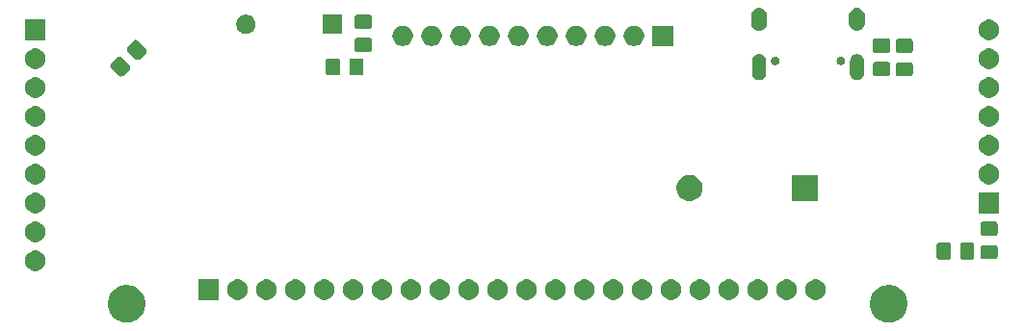
<source format=gbr>
G04 #@! TF.GenerationSoftware,KiCad,Pcbnew,(5.1.5)-3*
G04 #@! TF.CreationDate,2020-02-22T19:23:43-05:00*
G04 #@! TF.ProjectId,Dofleini-controller-STM32,446f666c-6569-46e6-992d-636f6e74726f,rev?*
G04 #@! TF.SameCoordinates,Original*
G04 #@! TF.FileFunction,Soldermask,Bot*
G04 #@! TF.FilePolarity,Negative*
%FSLAX46Y46*%
G04 Gerber Fmt 4.6, Leading zero omitted, Abs format (unit mm)*
G04 Created by KiCad (PCBNEW (5.1.5)-3) date 2020-02-22 19:23:43*
%MOMM*%
%LPD*%
G04 APERTURE LIST*
%ADD10C,0.100000*%
G04 APERTURE END LIST*
D10*
G36*
X32215256Y-7251298D02*
G01*
X32321579Y-7272447D01*
X32622042Y-7396903D01*
X32892451Y-7577585D01*
X33122415Y-7807549D01*
X33303097Y-8077958D01*
X33427553Y-8378421D01*
X33491000Y-8697391D01*
X33491000Y-9022609D01*
X33427553Y-9341579D01*
X33303097Y-9642042D01*
X33122415Y-9912451D01*
X32892451Y-10142415D01*
X32622042Y-10323097D01*
X32321579Y-10447553D01*
X32215256Y-10468702D01*
X32002611Y-10511000D01*
X31677389Y-10511000D01*
X31464744Y-10468702D01*
X31358421Y-10447553D01*
X31057958Y-10323097D01*
X30787549Y-10142415D01*
X30557585Y-9912451D01*
X30376903Y-9642042D01*
X30252447Y-9341579D01*
X30189000Y-9022609D01*
X30189000Y-8697391D01*
X30252447Y-8378421D01*
X30376903Y-8077958D01*
X30557585Y-7807549D01*
X30787549Y-7577585D01*
X31057958Y-7396903D01*
X31358421Y-7272447D01*
X31464744Y-7251298D01*
X31677389Y-7209000D01*
X32002611Y-7209000D01*
X32215256Y-7251298D01*
G37*
G36*
X-34784744Y-7251298D02*
G01*
X-34678421Y-7272447D01*
X-34377958Y-7396903D01*
X-34107549Y-7577585D01*
X-33877585Y-7807549D01*
X-33696903Y-8077958D01*
X-33572447Y-8378421D01*
X-33509000Y-8697391D01*
X-33509000Y-9022609D01*
X-33572447Y-9341579D01*
X-33696903Y-9642042D01*
X-33877585Y-9912451D01*
X-34107549Y-10142415D01*
X-34377958Y-10323097D01*
X-34678421Y-10447553D01*
X-34784744Y-10468702D01*
X-34997389Y-10511000D01*
X-35322611Y-10511000D01*
X-35535256Y-10468702D01*
X-35641579Y-10447553D01*
X-35942042Y-10323097D01*
X-36212451Y-10142415D01*
X-36442415Y-9912451D01*
X-36623097Y-9642042D01*
X-36747553Y-9341579D01*
X-36811000Y-9022609D01*
X-36811000Y-8697391D01*
X-36747553Y-8378421D01*
X-36623097Y-8077958D01*
X-36442415Y-7807549D01*
X-36212451Y-7577585D01*
X-35942042Y-7396903D01*
X-35641579Y-7272447D01*
X-35535256Y-7251298D01*
X-35322611Y-7209000D01*
X-34997389Y-7209000D01*
X-34784744Y-7251298D01*
G37*
G36*
X20433512Y-6723927D02*
G01*
X20582812Y-6753624D01*
X20746784Y-6821544D01*
X20894354Y-6920147D01*
X21019853Y-7045646D01*
X21118456Y-7193216D01*
X21186376Y-7357188D01*
X21221000Y-7531259D01*
X21221000Y-7708741D01*
X21186376Y-7882812D01*
X21118456Y-8046784D01*
X21019853Y-8194354D01*
X20894354Y-8319853D01*
X20746784Y-8418456D01*
X20582812Y-8486376D01*
X20433512Y-8516073D01*
X20408742Y-8521000D01*
X20231258Y-8521000D01*
X20206488Y-8516073D01*
X20057188Y-8486376D01*
X19893216Y-8418456D01*
X19745646Y-8319853D01*
X19620147Y-8194354D01*
X19521544Y-8046784D01*
X19453624Y-7882812D01*
X19419000Y-7708741D01*
X19419000Y-7531259D01*
X19453624Y-7357188D01*
X19521544Y-7193216D01*
X19620147Y-7045646D01*
X19745646Y-6920147D01*
X19893216Y-6821544D01*
X20057188Y-6753624D01*
X20206488Y-6723927D01*
X20231258Y-6719000D01*
X20408742Y-6719000D01*
X20433512Y-6723927D01*
G37*
G36*
X-27039000Y-8521000D02*
G01*
X-28841000Y-8521000D01*
X-28841000Y-6719000D01*
X-27039000Y-6719000D01*
X-27039000Y-8521000D01*
G37*
G36*
X-25286488Y-6723927D02*
G01*
X-25137188Y-6753624D01*
X-24973216Y-6821544D01*
X-24825646Y-6920147D01*
X-24700147Y-7045646D01*
X-24601544Y-7193216D01*
X-24533624Y-7357188D01*
X-24499000Y-7531259D01*
X-24499000Y-7708741D01*
X-24533624Y-7882812D01*
X-24601544Y-8046784D01*
X-24700147Y-8194354D01*
X-24825646Y-8319853D01*
X-24973216Y-8418456D01*
X-25137188Y-8486376D01*
X-25286488Y-8516073D01*
X-25311258Y-8521000D01*
X-25488742Y-8521000D01*
X-25513512Y-8516073D01*
X-25662812Y-8486376D01*
X-25826784Y-8418456D01*
X-25974354Y-8319853D01*
X-26099853Y-8194354D01*
X-26198456Y-8046784D01*
X-26266376Y-7882812D01*
X-26301000Y-7708741D01*
X-26301000Y-7531259D01*
X-26266376Y-7357188D01*
X-26198456Y-7193216D01*
X-26099853Y-7045646D01*
X-25974354Y-6920147D01*
X-25826784Y-6821544D01*
X-25662812Y-6753624D01*
X-25513512Y-6723927D01*
X-25488742Y-6719000D01*
X-25311258Y-6719000D01*
X-25286488Y-6723927D01*
G37*
G36*
X-22746488Y-6723927D02*
G01*
X-22597188Y-6753624D01*
X-22433216Y-6821544D01*
X-22285646Y-6920147D01*
X-22160147Y-7045646D01*
X-22061544Y-7193216D01*
X-21993624Y-7357188D01*
X-21959000Y-7531259D01*
X-21959000Y-7708741D01*
X-21993624Y-7882812D01*
X-22061544Y-8046784D01*
X-22160147Y-8194354D01*
X-22285646Y-8319853D01*
X-22433216Y-8418456D01*
X-22597188Y-8486376D01*
X-22746488Y-8516073D01*
X-22771258Y-8521000D01*
X-22948742Y-8521000D01*
X-22973512Y-8516073D01*
X-23122812Y-8486376D01*
X-23286784Y-8418456D01*
X-23434354Y-8319853D01*
X-23559853Y-8194354D01*
X-23658456Y-8046784D01*
X-23726376Y-7882812D01*
X-23761000Y-7708741D01*
X-23761000Y-7531259D01*
X-23726376Y-7357188D01*
X-23658456Y-7193216D01*
X-23559853Y-7045646D01*
X-23434354Y-6920147D01*
X-23286784Y-6821544D01*
X-23122812Y-6753624D01*
X-22973512Y-6723927D01*
X-22948742Y-6719000D01*
X-22771258Y-6719000D01*
X-22746488Y-6723927D01*
G37*
G36*
X-20206488Y-6723927D02*
G01*
X-20057188Y-6753624D01*
X-19893216Y-6821544D01*
X-19745646Y-6920147D01*
X-19620147Y-7045646D01*
X-19521544Y-7193216D01*
X-19453624Y-7357188D01*
X-19419000Y-7531259D01*
X-19419000Y-7708741D01*
X-19453624Y-7882812D01*
X-19521544Y-8046784D01*
X-19620147Y-8194354D01*
X-19745646Y-8319853D01*
X-19893216Y-8418456D01*
X-20057188Y-8486376D01*
X-20206488Y-8516073D01*
X-20231258Y-8521000D01*
X-20408742Y-8521000D01*
X-20433512Y-8516073D01*
X-20582812Y-8486376D01*
X-20746784Y-8418456D01*
X-20894354Y-8319853D01*
X-21019853Y-8194354D01*
X-21118456Y-8046784D01*
X-21186376Y-7882812D01*
X-21221000Y-7708741D01*
X-21221000Y-7531259D01*
X-21186376Y-7357188D01*
X-21118456Y-7193216D01*
X-21019853Y-7045646D01*
X-20894354Y-6920147D01*
X-20746784Y-6821544D01*
X-20582812Y-6753624D01*
X-20433512Y-6723927D01*
X-20408742Y-6719000D01*
X-20231258Y-6719000D01*
X-20206488Y-6723927D01*
G37*
G36*
X-17666488Y-6723927D02*
G01*
X-17517188Y-6753624D01*
X-17353216Y-6821544D01*
X-17205646Y-6920147D01*
X-17080147Y-7045646D01*
X-16981544Y-7193216D01*
X-16913624Y-7357188D01*
X-16879000Y-7531259D01*
X-16879000Y-7708741D01*
X-16913624Y-7882812D01*
X-16981544Y-8046784D01*
X-17080147Y-8194354D01*
X-17205646Y-8319853D01*
X-17353216Y-8418456D01*
X-17517188Y-8486376D01*
X-17666488Y-8516073D01*
X-17691258Y-8521000D01*
X-17868742Y-8521000D01*
X-17893512Y-8516073D01*
X-18042812Y-8486376D01*
X-18206784Y-8418456D01*
X-18354354Y-8319853D01*
X-18479853Y-8194354D01*
X-18578456Y-8046784D01*
X-18646376Y-7882812D01*
X-18681000Y-7708741D01*
X-18681000Y-7531259D01*
X-18646376Y-7357188D01*
X-18578456Y-7193216D01*
X-18479853Y-7045646D01*
X-18354354Y-6920147D01*
X-18206784Y-6821544D01*
X-18042812Y-6753624D01*
X-17893512Y-6723927D01*
X-17868742Y-6719000D01*
X-17691258Y-6719000D01*
X-17666488Y-6723927D01*
G37*
G36*
X-15126488Y-6723927D02*
G01*
X-14977188Y-6753624D01*
X-14813216Y-6821544D01*
X-14665646Y-6920147D01*
X-14540147Y-7045646D01*
X-14441544Y-7193216D01*
X-14373624Y-7357188D01*
X-14339000Y-7531259D01*
X-14339000Y-7708741D01*
X-14373624Y-7882812D01*
X-14441544Y-8046784D01*
X-14540147Y-8194354D01*
X-14665646Y-8319853D01*
X-14813216Y-8418456D01*
X-14977188Y-8486376D01*
X-15126488Y-8516073D01*
X-15151258Y-8521000D01*
X-15328742Y-8521000D01*
X-15353512Y-8516073D01*
X-15502812Y-8486376D01*
X-15666784Y-8418456D01*
X-15814354Y-8319853D01*
X-15939853Y-8194354D01*
X-16038456Y-8046784D01*
X-16106376Y-7882812D01*
X-16141000Y-7708741D01*
X-16141000Y-7531259D01*
X-16106376Y-7357188D01*
X-16038456Y-7193216D01*
X-15939853Y-7045646D01*
X-15814354Y-6920147D01*
X-15666784Y-6821544D01*
X-15502812Y-6753624D01*
X-15353512Y-6723927D01*
X-15328742Y-6719000D01*
X-15151258Y-6719000D01*
X-15126488Y-6723927D01*
G37*
G36*
X-12586488Y-6723927D02*
G01*
X-12437188Y-6753624D01*
X-12273216Y-6821544D01*
X-12125646Y-6920147D01*
X-12000147Y-7045646D01*
X-11901544Y-7193216D01*
X-11833624Y-7357188D01*
X-11799000Y-7531259D01*
X-11799000Y-7708741D01*
X-11833624Y-7882812D01*
X-11901544Y-8046784D01*
X-12000147Y-8194354D01*
X-12125646Y-8319853D01*
X-12273216Y-8418456D01*
X-12437188Y-8486376D01*
X-12586488Y-8516073D01*
X-12611258Y-8521000D01*
X-12788742Y-8521000D01*
X-12813512Y-8516073D01*
X-12962812Y-8486376D01*
X-13126784Y-8418456D01*
X-13274354Y-8319853D01*
X-13399853Y-8194354D01*
X-13498456Y-8046784D01*
X-13566376Y-7882812D01*
X-13601000Y-7708741D01*
X-13601000Y-7531259D01*
X-13566376Y-7357188D01*
X-13498456Y-7193216D01*
X-13399853Y-7045646D01*
X-13274354Y-6920147D01*
X-13126784Y-6821544D01*
X-12962812Y-6753624D01*
X-12813512Y-6723927D01*
X-12788742Y-6719000D01*
X-12611258Y-6719000D01*
X-12586488Y-6723927D01*
G37*
G36*
X-10046488Y-6723927D02*
G01*
X-9897188Y-6753624D01*
X-9733216Y-6821544D01*
X-9585646Y-6920147D01*
X-9460147Y-7045646D01*
X-9361544Y-7193216D01*
X-9293624Y-7357188D01*
X-9259000Y-7531259D01*
X-9259000Y-7708741D01*
X-9293624Y-7882812D01*
X-9361544Y-8046784D01*
X-9460147Y-8194354D01*
X-9585646Y-8319853D01*
X-9733216Y-8418456D01*
X-9897188Y-8486376D01*
X-10046488Y-8516073D01*
X-10071258Y-8521000D01*
X-10248742Y-8521000D01*
X-10273512Y-8516073D01*
X-10422812Y-8486376D01*
X-10586784Y-8418456D01*
X-10734354Y-8319853D01*
X-10859853Y-8194354D01*
X-10958456Y-8046784D01*
X-11026376Y-7882812D01*
X-11061000Y-7708741D01*
X-11061000Y-7531259D01*
X-11026376Y-7357188D01*
X-10958456Y-7193216D01*
X-10859853Y-7045646D01*
X-10734354Y-6920147D01*
X-10586784Y-6821544D01*
X-10422812Y-6753624D01*
X-10273512Y-6723927D01*
X-10248742Y-6719000D01*
X-10071258Y-6719000D01*
X-10046488Y-6723927D01*
G37*
G36*
X-7506488Y-6723927D02*
G01*
X-7357188Y-6753624D01*
X-7193216Y-6821544D01*
X-7045646Y-6920147D01*
X-6920147Y-7045646D01*
X-6821544Y-7193216D01*
X-6753624Y-7357188D01*
X-6719000Y-7531259D01*
X-6719000Y-7708741D01*
X-6753624Y-7882812D01*
X-6821544Y-8046784D01*
X-6920147Y-8194354D01*
X-7045646Y-8319853D01*
X-7193216Y-8418456D01*
X-7357188Y-8486376D01*
X-7506488Y-8516073D01*
X-7531258Y-8521000D01*
X-7708742Y-8521000D01*
X-7733512Y-8516073D01*
X-7882812Y-8486376D01*
X-8046784Y-8418456D01*
X-8194354Y-8319853D01*
X-8319853Y-8194354D01*
X-8418456Y-8046784D01*
X-8486376Y-7882812D01*
X-8521000Y-7708741D01*
X-8521000Y-7531259D01*
X-8486376Y-7357188D01*
X-8418456Y-7193216D01*
X-8319853Y-7045646D01*
X-8194354Y-6920147D01*
X-8046784Y-6821544D01*
X-7882812Y-6753624D01*
X-7733512Y-6723927D01*
X-7708742Y-6719000D01*
X-7531258Y-6719000D01*
X-7506488Y-6723927D01*
G37*
G36*
X-4966488Y-6723927D02*
G01*
X-4817188Y-6753624D01*
X-4653216Y-6821544D01*
X-4505646Y-6920147D01*
X-4380147Y-7045646D01*
X-4281544Y-7193216D01*
X-4213624Y-7357188D01*
X-4179000Y-7531259D01*
X-4179000Y-7708741D01*
X-4213624Y-7882812D01*
X-4281544Y-8046784D01*
X-4380147Y-8194354D01*
X-4505646Y-8319853D01*
X-4653216Y-8418456D01*
X-4817188Y-8486376D01*
X-4966488Y-8516073D01*
X-4991258Y-8521000D01*
X-5168742Y-8521000D01*
X-5193512Y-8516073D01*
X-5342812Y-8486376D01*
X-5506784Y-8418456D01*
X-5654354Y-8319853D01*
X-5779853Y-8194354D01*
X-5878456Y-8046784D01*
X-5946376Y-7882812D01*
X-5981000Y-7708741D01*
X-5981000Y-7531259D01*
X-5946376Y-7357188D01*
X-5878456Y-7193216D01*
X-5779853Y-7045646D01*
X-5654354Y-6920147D01*
X-5506784Y-6821544D01*
X-5342812Y-6753624D01*
X-5193512Y-6723927D01*
X-5168742Y-6719000D01*
X-4991258Y-6719000D01*
X-4966488Y-6723927D01*
G37*
G36*
X113512Y-6723927D02*
G01*
X262812Y-6753624D01*
X426784Y-6821544D01*
X574354Y-6920147D01*
X699853Y-7045646D01*
X798456Y-7193216D01*
X866376Y-7357188D01*
X901000Y-7531259D01*
X901000Y-7708741D01*
X866376Y-7882812D01*
X798456Y-8046784D01*
X699853Y-8194354D01*
X574354Y-8319853D01*
X426784Y-8418456D01*
X262812Y-8486376D01*
X113512Y-8516073D01*
X88742Y-8521000D01*
X-88742Y-8521000D01*
X-113512Y-8516073D01*
X-262812Y-8486376D01*
X-426784Y-8418456D01*
X-574354Y-8319853D01*
X-699853Y-8194354D01*
X-798456Y-8046784D01*
X-866376Y-7882812D01*
X-901000Y-7708741D01*
X-901000Y-7531259D01*
X-866376Y-7357188D01*
X-798456Y-7193216D01*
X-699853Y-7045646D01*
X-574354Y-6920147D01*
X-426784Y-6821544D01*
X-262812Y-6753624D01*
X-113512Y-6723927D01*
X-88742Y-6719000D01*
X88742Y-6719000D01*
X113512Y-6723927D01*
G37*
G36*
X2653512Y-6723927D02*
G01*
X2802812Y-6753624D01*
X2966784Y-6821544D01*
X3114354Y-6920147D01*
X3239853Y-7045646D01*
X3338456Y-7193216D01*
X3406376Y-7357188D01*
X3441000Y-7531259D01*
X3441000Y-7708741D01*
X3406376Y-7882812D01*
X3338456Y-8046784D01*
X3239853Y-8194354D01*
X3114354Y-8319853D01*
X2966784Y-8418456D01*
X2802812Y-8486376D01*
X2653512Y-8516073D01*
X2628742Y-8521000D01*
X2451258Y-8521000D01*
X2426488Y-8516073D01*
X2277188Y-8486376D01*
X2113216Y-8418456D01*
X1965646Y-8319853D01*
X1840147Y-8194354D01*
X1741544Y-8046784D01*
X1673624Y-7882812D01*
X1639000Y-7708741D01*
X1639000Y-7531259D01*
X1673624Y-7357188D01*
X1741544Y-7193216D01*
X1840147Y-7045646D01*
X1965646Y-6920147D01*
X2113216Y-6821544D01*
X2277188Y-6753624D01*
X2426488Y-6723927D01*
X2451258Y-6719000D01*
X2628742Y-6719000D01*
X2653512Y-6723927D01*
G37*
G36*
X5193512Y-6723927D02*
G01*
X5342812Y-6753624D01*
X5506784Y-6821544D01*
X5654354Y-6920147D01*
X5779853Y-7045646D01*
X5878456Y-7193216D01*
X5946376Y-7357188D01*
X5981000Y-7531259D01*
X5981000Y-7708741D01*
X5946376Y-7882812D01*
X5878456Y-8046784D01*
X5779853Y-8194354D01*
X5654354Y-8319853D01*
X5506784Y-8418456D01*
X5342812Y-8486376D01*
X5193512Y-8516073D01*
X5168742Y-8521000D01*
X4991258Y-8521000D01*
X4966488Y-8516073D01*
X4817188Y-8486376D01*
X4653216Y-8418456D01*
X4505646Y-8319853D01*
X4380147Y-8194354D01*
X4281544Y-8046784D01*
X4213624Y-7882812D01*
X4179000Y-7708741D01*
X4179000Y-7531259D01*
X4213624Y-7357188D01*
X4281544Y-7193216D01*
X4380147Y-7045646D01*
X4505646Y-6920147D01*
X4653216Y-6821544D01*
X4817188Y-6753624D01*
X4966488Y-6723927D01*
X4991258Y-6719000D01*
X5168742Y-6719000D01*
X5193512Y-6723927D01*
G37*
G36*
X7733512Y-6723927D02*
G01*
X7882812Y-6753624D01*
X8046784Y-6821544D01*
X8194354Y-6920147D01*
X8319853Y-7045646D01*
X8418456Y-7193216D01*
X8486376Y-7357188D01*
X8521000Y-7531259D01*
X8521000Y-7708741D01*
X8486376Y-7882812D01*
X8418456Y-8046784D01*
X8319853Y-8194354D01*
X8194354Y-8319853D01*
X8046784Y-8418456D01*
X7882812Y-8486376D01*
X7733512Y-8516073D01*
X7708742Y-8521000D01*
X7531258Y-8521000D01*
X7506488Y-8516073D01*
X7357188Y-8486376D01*
X7193216Y-8418456D01*
X7045646Y-8319853D01*
X6920147Y-8194354D01*
X6821544Y-8046784D01*
X6753624Y-7882812D01*
X6719000Y-7708741D01*
X6719000Y-7531259D01*
X6753624Y-7357188D01*
X6821544Y-7193216D01*
X6920147Y-7045646D01*
X7045646Y-6920147D01*
X7193216Y-6821544D01*
X7357188Y-6753624D01*
X7506488Y-6723927D01*
X7531258Y-6719000D01*
X7708742Y-6719000D01*
X7733512Y-6723927D01*
G37*
G36*
X10273512Y-6723927D02*
G01*
X10422812Y-6753624D01*
X10586784Y-6821544D01*
X10734354Y-6920147D01*
X10859853Y-7045646D01*
X10958456Y-7193216D01*
X11026376Y-7357188D01*
X11061000Y-7531259D01*
X11061000Y-7708741D01*
X11026376Y-7882812D01*
X10958456Y-8046784D01*
X10859853Y-8194354D01*
X10734354Y-8319853D01*
X10586784Y-8418456D01*
X10422812Y-8486376D01*
X10273512Y-8516073D01*
X10248742Y-8521000D01*
X10071258Y-8521000D01*
X10046488Y-8516073D01*
X9897188Y-8486376D01*
X9733216Y-8418456D01*
X9585646Y-8319853D01*
X9460147Y-8194354D01*
X9361544Y-8046784D01*
X9293624Y-7882812D01*
X9259000Y-7708741D01*
X9259000Y-7531259D01*
X9293624Y-7357188D01*
X9361544Y-7193216D01*
X9460147Y-7045646D01*
X9585646Y-6920147D01*
X9733216Y-6821544D01*
X9897188Y-6753624D01*
X10046488Y-6723927D01*
X10071258Y-6719000D01*
X10248742Y-6719000D01*
X10273512Y-6723927D01*
G37*
G36*
X12813512Y-6723927D02*
G01*
X12962812Y-6753624D01*
X13126784Y-6821544D01*
X13274354Y-6920147D01*
X13399853Y-7045646D01*
X13498456Y-7193216D01*
X13566376Y-7357188D01*
X13601000Y-7531259D01*
X13601000Y-7708741D01*
X13566376Y-7882812D01*
X13498456Y-8046784D01*
X13399853Y-8194354D01*
X13274354Y-8319853D01*
X13126784Y-8418456D01*
X12962812Y-8486376D01*
X12813512Y-8516073D01*
X12788742Y-8521000D01*
X12611258Y-8521000D01*
X12586488Y-8516073D01*
X12437188Y-8486376D01*
X12273216Y-8418456D01*
X12125646Y-8319853D01*
X12000147Y-8194354D01*
X11901544Y-8046784D01*
X11833624Y-7882812D01*
X11799000Y-7708741D01*
X11799000Y-7531259D01*
X11833624Y-7357188D01*
X11901544Y-7193216D01*
X12000147Y-7045646D01*
X12125646Y-6920147D01*
X12273216Y-6821544D01*
X12437188Y-6753624D01*
X12586488Y-6723927D01*
X12611258Y-6719000D01*
X12788742Y-6719000D01*
X12813512Y-6723927D01*
G37*
G36*
X15353512Y-6723927D02*
G01*
X15502812Y-6753624D01*
X15666784Y-6821544D01*
X15814354Y-6920147D01*
X15939853Y-7045646D01*
X16038456Y-7193216D01*
X16106376Y-7357188D01*
X16141000Y-7531259D01*
X16141000Y-7708741D01*
X16106376Y-7882812D01*
X16038456Y-8046784D01*
X15939853Y-8194354D01*
X15814354Y-8319853D01*
X15666784Y-8418456D01*
X15502812Y-8486376D01*
X15353512Y-8516073D01*
X15328742Y-8521000D01*
X15151258Y-8521000D01*
X15126488Y-8516073D01*
X14977188Y-8486376D01*
X14813216Y-8418456D01*
X14665646Y-8319853D01*
X14540147Y-8194354D01*
X14441544Y-8046784D01*
X14373624Y-7882812D01*
X14339000Y-7708741D01*
X14339000Y-7531259D01*
X14373624Y-7357188D01*
X14441544Y-7193216D01*
X14540147Y-7045646D01*
X14665646Y-6920147D01*
X14813216Y-6821544D01*
X14977188Y-6753624D01*
X15126488Y-6723927D01*
X15151258Y-6719000D01*
X15328742Y-6719000D01*
X15353512Y-6723927D01*
G37*
G36*
X17893512Y-6723927D02*
G01*
X18042812Y-6753624D01*
X18206784Y-6821544D01*
X18354354Y-6920147D01*
X18479853Y-7045646D01*
X18578456Y-7193216D01*
X18646376Y-7357188D01*
X18681000Y-7531259D01*
X18681000Y-7708741D01*
X18646376Y-7882812D01*
X18578456Y-8046784D01*
X18479853Y-8194354D01*
X18354354Y-8319853D01*
X18206784Y-8418456D01*
X18042812Y-8486376D01*
X17893512Y-8516073D01*
X17868742Y-8521000D01*
X17691258Y-8521000D01*
X17666488Y-8516073D01*
X17517188Y-8486376D01*
X17353216Y-8418456D01*
X17205646Y-8319853D01*
X17080147Y-8194354D01*
X16981544Y-8046784D01*
X16913624Y-7882812D01*
X16879000Y-7708741D01*
X16879000Y-7531259D01*
X16913624Y-7357188D01*
X16981544Y-7193216D01*
X17080147Y-7045646D01*
X17205646Y-6920147D01*
X17353216Y-6821544D01*
X17517188Y-6753624D01*
X17666488Y-6723927D01*
X17691258Y-6719000D01*
X17868742Y-6719000D01*
X17893512Y-6723927D01*
G37*
G36*
X22973512Y-6723927D02*
G01*
X23122812Y-6753624D01*
X23286784Y-6821544D01*
X23434354Y-6920147D01*
X23559853Y-7045646D01*
X23658456Y-7193216D01*
X23726376Y-7357188D01*
X23761000Y-7531259D01*
X23761000Y-7708741D01*
X23726376Y-7882812D01*
X23658456Y-8046784D01*
X23559853Y-8194354D01*
X23434354Y-8319853D01*
X23286784Y-8418456D01*
X23122812Y-8486376D01*
X22973512Y-8516073D01*
X22948742Y-8521000D01*
X22771258Y-8521000D01*
X22746488Y-8516073D01*
X22597188Y-8486376D01*
X22433216Y-8418456D01*
X22285646Y-8319853D01*
X22160147Y-8194354D01*
X22061544Y-8046784D01*
X21993624Y-7882812D01*
X21959000Y-7708741D01*
X21959000Y-7531259D01*
X21993624Y-7357188D01*
X22061544Y-7193216D01*
X22160147Y-7045646D01*
X22285646Y-6920147D01*
X22433216Y-6821544D01*
X22597188Y-6753624D01*
X22746488Y-6723927D01*
X22771258Y-6719000D01*
X22948742Y-6719000D01*
X22973512Y-6723927D01*
G37*
G36*
X25513512Y-6723927D02*
G01*
X25662812Y-6753624D01*
X25826784Y-6821544D01*
X25974354Y-6920147D01*
X26099853Y-7045646D01*
X26198456Y-7193216D01*
X26266376Y-7357188D01*
X26301000Y-7531259D01*
X26301000Y-7708741D01*
X26266376Y-7882812D01*
X26198456Y-8046784D01*
X26099853Y-8194354D01*
X25974354Y-8319853D01*
X25826784Y-8418456D01*
X25662812Y-8486376D01*
X25513512Y-8516073D01*
X25488742Y-8521000D01*
X25311258Y-8521000D01*
X25286488Y-8516073D01*
X25137188Y-8486376D01*
X24973216Y-8418456D01*
X24825646Y-8319853D01*
X24700147Y-8194354D01*
X24601544Y-8046784D01*
X24533624Y-7882812D01*
X24499000Y-7708741D01*
X24499000Y-7531259D01*
X24533624Y-7357188D01*
X24601544Y-7193216D01*
X24700147Y-7045646D01*
X24825646Y-6920147D01*
X24973216Y-6821544D01*
X25137188Y-6753624D01*
X25286488Y-6723927D01*
X25311258Y-6719000D01*
X25488742Y-6719000D01*
X25513512Y-6723927D01*
G37*
G36*
X-2426488Y-6723927D02*
G01*
X-2277188Y-6753624D01*
X-2113216Y-6821544D01*
X-1965646Y-6920147D01*
X-1840147Y-7045646D01*
X-1741544Y-7193216D01*
X-1673624Y-7357188D01*
X-1639000Y-7531259D01*
X-1639000Y-7708741D01*
X-1673624Y-7882812D01*
X-1741544Y-8046784D01*
X-1840147Y-8194354D01*
X-1965646Y-8319853D01*
X-2113216Y-8418456D01*
X-2277188Y-8486376D01*
X-2426488Y-8516073D01*
X-2451258Y-8521000D01*
X-2628742Y-8521000D01*
X-2653512Y-8516073D01*
X-2802812Y-8486376D01*
X-2966784Y-8418456D01*
X-3114354Y-8319853D01*
X-3239853Y-8194354D01*
X-3338456Y-8046784D01*
X-3406376Y-7882812D01*
X-3441000Y-7708741D01*
X-3441000Y-7531259D01*
X-3406376Y-7357188D01*
X-3338456Y-7193216D01*
X-3239853Y-7045646D01*
X-3114354Y-6920147D01*
X-2966784Y-6821544D01*
X-2802812Y-6753624D01*
X-2653512Y-6723927D01*
X-2628742Y-6719000D01*
X-2451258Y-6719000D01*
X-2426488Y-6723927D01*
G37*
G36*
X-43066488Y-4183927D02*
G01*
X-42917188Y-4213624D01*
X-42753216Y-4281544D01*
X-42605646Y-4380147D01*
X-42480147Y-4505646D01*
X-42381544Y-4653216D01*
X-42313624Y-4817188D01*
X-42279000Y-4991259D01*
X-42279000Y-5168741D01*
X-42313624Y-5342812D01*
X-42381544Y-5506784D01*
X-42480147Y-5654354D01*
X-42605646Y-5779853D01*
X-42753216Y-5878456D01*
X-42917188Y-5946376D01*
X-43066488Y-5976073D01*
X-43091258Y-5981000D01*
X-43268742Y-5981000D01*
X-43293512Y-5976073D01*
X-43442812Y-5946376D01*
X-43606784Y-5878456D01*
X-43754354Y-5779853D01*
X-43879853Y-5654354D01*
X-43978456Y-5506784D01*
X-44046376Y-5342812D01*
X-44081000Y-5168741D01*
X-44081000Y-4991259D01*
X-44046376Y-4817188D01*
X-43978456Y-4653216D01*
X-43879853Y-4505646D01*
X-43754354Y-4380147D01*
X-43606784Y-4281544D01*
X-43442812Y-4213624D01*
X-43293512Y-4183927D01*
X-43268742Y-4179000D01*
X-43091258Y-4179000D01*
X-43066488Y-4183927D01*
G37*
G36*
X39198674Y-3463465D02*
G01*
X39236367Y-3474899D01*
X39271103Y-3493466D01*
X39301548Y-3518452D01*
X39326534Y-3548897D01*
X39345101Y-3583633D01*
X39356535Y-3621326D01*
X39361000Y-3666661D01*
X39361000Y-4753339D01*
X39356535Y-4798674D01*
X39345101Y-4836367D01*
X39326534Y-4871103D01*
X39301548Y-4901548D01*
X39271103Y-4926534D01*
X39236367Y-4945101D01*
X39198674Y-4956535D01*
X39153339Y-4961000D01*
X38316661Y-4961000D01*
X38271326Y-4956535D01*
X38233633Y-4945101D01*
X38198897Y-4926534D01*
X38168452Y-4901548D01*
X38143466Y-4871103D01*
X38124899Y-4836367D01*
X38113465Y-4798674D01*
X38109000Y-4753339D01*
X38109000Y-3666661D01*
X38113465Y-3621326D01*
X38124899Y-3583633D01*
X38143466Y-3548897D01*
X38168452Y-3518452D01*
X38198897Y-3493466D01*
X38233633Y-3474899D01*
X38271326Y-3463465D01*
X38316661Y-3459000D01*
X39153339Y-3459000D01*
X39198674Y-3463465D01*
G37*
G36*
X37148674Y-3463465D02*
G01*
X37186367Y-3474899D01*
X37221103Y-3493466D01*
X37251548Y-3518452D01*
X37276534Y-3548897D01*
X37295101Y-3583633D01*
X37306535Y-3621326D01*
X37311000Y-3666661D01*
X37311000Y-4753339D01*
X37306535Y-4798674D01*
X37295101Y-4836367D01*
X37276534Y-4871103D01*
X37251548Y-4901548D01*
X37221103Y-4926534D01*
X37186367Y-4945101D01*
X37148674Y-4956535D01*
X37103339Y-4961000D01*
X36266661Y-4961000D01*
X36221326Y-4956535D01*
X36183633Y-4945101D01*
X36148897Y-4926534D01*
X36118452Y-4901548D01*
X36093466Y-4871103D01*
X36074899Y-4836367D01*
X36063465Y-4798674D01*
X36059000Y-4753339D01*
X36059000Y-3666661D01*
X36063465Y-3621326D01*
X36074899Y-3583633D01*
X36093466Y-3548897D01*
X36118452Y-3518452D01*
X36148897Y-3493466D01*
X36183633Y-3474899D01*
X36221326Y-3463465D01*
X36266661Y-3459000D01*
X37103339Y-3459000D01*
X37148674Y-3463465D01*
G37*
G36*
X41238674Y-3693465D02*
G01*
X41276367Y-3704899D01*
X41311103Y-3723466D01*
X41341548Y-3748452D01*
X41366534Y-3778897D01*
X41385101Y-3813633D01*
X41396535Y-3851326D01*
X41401000Y-3896661D01*
X41401000Y-4733339D01*
X41396535Y-4778674D01*
X41385101Y-4816367D01*
X41366534Y-4851103D01*
X41341548Y-4881548D01*
X41311103Y-4906534D01*
X41276367Y-4925101D01*
X41238674Y-4936535D01*
X41193339Y-4941000D01*
X40106661Y-4941000D01*
X40061326Y-4936535D01*
X40023633Y-4925101D01*
X39988897Y-4906534D01*
X39958452Y-4881548D01*
X39933466Y-4851103D01*
X39914899Y-4816367D01*
X39903465Y-4778674D01*
X39899000Y-4733339D01*
X39899000Y-3896661D01*
X39903465Y-3851326D01*
X39914899Y-3813633D01*
X39933466Y-3778897D01*
X39958452Y-3748452D01*
X39988897Y-3723466D01*
X40023633Y-3704899D01*
X40061326Y-3693465D01*
X40106661Y-3689000D01*
X41193339Y-3689000D01*
X41238674Y-3693465D01*
G37*
G36*
X-43068811Y-1643465D02*
G01*
X-42917188Y-1673624D01*
X-42753216Y-1741544D01*
X-42605646Y-1840147D01*
X-42480147Y-1965646D01*
X-42381544Y-2113216D01*
X-42313624Y-2277188D01*
X-42279000Y-2451259D01*
X-42279000Y-2628741D01*
X-42313624Y-2802812D01*
X-42381544Y-2966784D01*
X-42480147Y-3114354D01*
X-42605646Y-3239853D01*
X-42753216Y-3338456D01*
X-42917188Y-3406376D01*
X-43066488Y-3436073D01*
X-43091258Y-3441000D01*
X-43268742Y-3441000D01*
X-43293512Y-3436073D01*
X-43442812Y-3406376D01*
X-43606784Y-3338456D01*
X-43754354Y-3239853D01*
X-43879853Y-3114354D01*
X-43978456Y-2966784D01*
X-44046376Y-2802812D01*
X-44081000Y-2628741D01*
X-44081000Y-2451259D01*
X-44046376Y-2277188D01*
X-43978456Y-2113216D01*
X-43879853Y-1965646D01*
X-43754354Y-1840147D01*
X-43606784Y-1741544D01*
X-43442812Y-1673624D01*
X-43291189Y-1643465D01*
X-43268742Y-1639000D01*
X-43091258Y-1639000D01*
X-43068811Y-1643465D01*
G37*
G36*
X41238674Y-1643465D02*
G01*
X41276367Y-1654899D01*
X41311103Y-1673466D01*
X41341548Y-1698452D01*
X41366534Y-1728897D01*
X41385101Y-1763633D01*
X41396535Y-1801326D01*
X41401000Y-1846661D01*
X41401000Y-2683339D01*
X41396535Y-2728674D01*
X41385101Y-2766367D01*
X41366534Y-2801103D01*
X41341548Y-2831548D01*
X41311103Y-2856534D01*
X41276367Y-2875101D01*
X41238674Y-2886535D01*
X41193339Y-2891000D01*
X40106661Y-2891000D01*
X40061326Y-2886535D01*
X40023633Y-2875101D01*
X39988897Y-2856534D01*
X39958452Y-2831548D01*
X39933466Y-2801103D01*
X39914899Y-2766367D01*
X39903465Y-2728674D01*
X39899000Y-2683339D01*
X39899000Y-1846661D01*
X39903465Y-1801326D01*
X39914899Y-1763633D01*
X39933466Y-1728897D01*
X39958452Y-1698452D01*
X39988897Y-1673466D01*
X40023633Y-1654899D01*
X40061326Y-1643465D01*
X40106661Y-1639000D01*
X41193339Y-1639000D01*
X41238674Y-1643465D01*
G37*
G36*
X41541000Y-901000D02*
G01*
X39739000Y-901000D01*
X39739000Y901000D01*
X41541000Y901000D01*
X41541000Y-901000D01*
G37*
G36*
X-43066488Y896073D02*
G01*
X-42917188Y866376D01*
X-42753216Y798456D01*
X-42605646Y699853D01*
X-42480147Y574354D01*
X-42381544Y426784D01*
X-42313624Y262812D01*
X-42279000Y88741D01*
X-42279000Y-88741D01*
X-42313624Y-262812D01*
X-42381544Y-426784D01*
X-42480147Y-574354D01*
X-42605646Y-699853D01*
X-42753216Y-798456D01*
X-42917188Y-866376D01*
X-43066488Y-896073D01*
X-43091258Y-901000D01*
X-43268742Y-901000D01*
X-43293512Y-896073D01*
X-43442812Y-866376D01*
X-43606784Y-798456D01*
X-43754354Y-699853D01*
X-43879853Y-574354D01*
X-43978456Y-426784D01*
X-44046376Y-262812D01*
X-44081000Y-88741D01*
X-44081000Y88741D01*
X-44046376Y262812D01*
X-43978456Y426784D01*
X-43879853Y574354D01*
X-43754354Y699853D01*
X-43606784Y798456D01*
X-43442812Y866376D01*
X-43293512Y896073D01*
X-43268742Y901000D01*
X-43091258Y901000D01*
X-43066488Y896073D01*
G37*
G36*
X25641000Y189000D02*
G01*
X23339000Y189000D01*
X23339000Y2491000D01*
X25641000Y2491000D01*
X25641000Y189000D01*
G37*
G36*
X14554549Y2468884D02*
G01*
X14665734Y2446768D01*
X14875203Y2360003D01*
X15063720Y2234040D01*
X15224040Y2073720D01*
X15350003Y1885203D01*
X15436768Y1675734D01*
X15481000Y1453364D01*
X15481000Y1226636D01*
X15436768Y1004266D01*
X15350003Y794797D01*
X15224040Y606280D01*
X15063720Y445960D01*
X14875203Y319997D01*
X14665734Y233232D01*
X14554549Y211116D01*
X14443365Y189000D01*
X14216635Y189000D01*
X14105451Y211116D01*
X13994266Y233232D01*
X13784797Y319997D01*
X13596280Y445960D01*
X13435960Y606280D01*
X13309997Y794797D01*
X13223232Y1004266D01*
X13179000Y1226636D01*
X13179000Y1453364D01*
X13223232Y1675734D01*
X13309997Y1885203D01*
X13435960Y2073720D01*
X13596280Y2234040D01*
X13784797Y2360003D01*
X13994266Y2446768D01*
X14105451Y2468884D01*
X14216635Y2491000D01*
X14443365Y2491000D01*
X14554549Y2468884D01*
G37*
G36*
X40753512Y3436073D02*
G01*
X40902812Y3406376D01*
X41066784Y3338456D01*
X41214354Y3239853D01*
X41339853Y3114354D01*
X41438456Y2966784D01*
X41506376Y2802812D01*
X41541000Y2628741D01*
X41541000Y2451259D01*
X41506376Y2277188D01*
X41438456Y2113216D01*
X41339853Y1965646D01*
X41214354Y1840147D01*
X41066784Y1741544D01*
X40902812Y1673624D01*
X40753512Y1643927D01*
X40728742Y1639000D01*
X40551258Y1639000D01*
X40526488Y1643927D01*
X40377188Y1673624D01*
X40213216Y1741544D01*
X40065646Y1840147D01*
X39940147Y1965646D01*
X39841544Y2113216D01*
X39773624Y2277188D01*
X39739000Y2451259D01*
X39739000Y2628741D01*
X39773624Y2802812D01*
X39841544Y2966784D01*
X39940147Y3114354D01*
X40065646Y3239853D01*
X40213216Y3338456D01*
X40377188Y3406376D01*
X40526488Y3436073D01*
X40551258Y3441000D01*
X40728742Y3441000D01*
X40753512Y3436073D01*
G37*
G36*
X-43066488Y3436073D02*
G01*
X-42917188Y3406376D01*
X-42753216Y3338456D01*
X-42605646Y3239853D01*
X-42480147Y3114354D01*
X-42381544Y2966784D01*
X-42313624Y2802812D01*
X-42279000Y2628741D01*
X-42279000Y2451259D01*
X-42313624Y2277188D01*
X-42381544Y2113216D01*
X-42480147Y1965646D01*
X-42605646Y1840147D01*
X-42753216Y1741544D01*
X-42917188Y1673624D01*
X-43066488Y1643927D01*
X-43091258Y1639000D01*
X-43268742Y1639000D01*
X-43293512Y1643927D01*
X-43442812Y1673624D01*
X-43606784Y1741544D01*
X-43754354Y1840147D01*
X-43879853Y1965646D01*
X-43978456Y2113216D01*
X-44046376Y2277188D01*
X-44081000Y2451259D01*
X-44081000Y2628741D01*
X-44046376Y2802812D01*
X-43978456Y2966784D01*
X-43879853Y3114354D01*
X-43754354Y3239853D01*
X-43606784Y3338456D01*
X-43442812Y3406376D01*
X-43293512Y3436073D01*
X-43268742Y3441000D01*
X-43091258Y3441000D01*
X-43066488Y3436073D01*
G37*
G36*
X40753512Y5976073D02*
G01*
X40902812Y5946376D01*
X41066784Y5878456D01*
X41214354Y5779853D01*
X41339853Y5654354D01*
X41438456Y5506784D01*
X41506376Y5342812D01*
X41541000Y5168741D01*
X41541000Y4991259D01*
X41506376Y4817188D01*
X41438456Y4653216D01*
X41339853Y4505646D01*
X41214354Y4380147D01*
X41066784Y4281544D01*
X40902812Y4213624D01*
X40753512Y4183927D01*
X40728742Y4179000D01*
X40551258Y4179000D01*
X40526488Y4183927D01*
X40377188Y4213624D01*
X40213216Y4281544D01*
X40065646Y4380147D01*
X39940147Y4505646D01*
X39841544Y4653216D01*
X39773624Y4817188D01*
X39739000Y4991259D01*
X39739000Y5168741D01*
X39773624Y5342812D01*
X39841544Y5506784D01*
X39940147Y5654354D01*
X40065646Y5779853D01*
X40213216Y5878456D01*
X40377188Y5946376D01*
X40526488Y5976073D01*
X40551258Y5981000D01*
X40728742Y5981000D01*
X40753512Y5976073D01*
G37*
G36*
X-43066488Y5976073D02*
G01*
X-42917188Y5946376D01*
X-42753216Y5878456D01*
X-42605646Y5779853D01*
X-42480147Y5654354D01*
X-42381544Y5506784D01*
X-42313624Y5342812D01*
X-42279000Y5168741D01*
X-42279000Y4991259D01*
X-42313624Y4817188D01*
X-42381544Y4653216D01*
X-42480147Y4505646D01*
X-42605646Y4380147D01*
X-42753216Y4281544D01*
X-42917188Y4213624D01*
X-43066488Y4183927D01*
X-43091258Y4179000D01*
X-43268742Y4179000D01*
X-43293512Y4183927D01*
X-43442812Y4213624D01*
X-43606784Y4281544D01*
X-43754354Y4380147D01*
X-43879853Y4505646D01*
X-43978456Y4653216D01*
X-44046376Y4817188D01*
X-44081000Y4991259D01*
X-44081000Y5168741D01*
X-44046376Y5342812D01*
X-43978456Y5506784D01*
X-43879853Y5654354D01*
X-43754354Y5779853D01*
X-43606784Y5878456D01*
X-43442812Y5946376D01*
X-43293512Y5976073D01*
X-43268742Y5981000D01*
X-43091258Y5981000D01*
X-43066488Y5976073D01*
G37*
G36*
X40753512Y8516073D02*
G01*
X40902812Y8486376D01*
X41066784Y8418456D01*
X41214354Y8319853D01*
X41339853Y8194354D01*
X41438456Y8046784D01*
X41506376Y7882812D01*
X41541000Y7708741D01*
X41541000Y7531259D01*
X41506376Y7357188D01*
X41438456Y7193216D01*
X41339853Y7045646D01*
X41214354Y6920147D01*
X41066784Y6821544D01*
X40902812Y6753624D01*
X40753512Y6723927D01*
X40728742Y6719000D01*
X40551258Y6719000D01*
X40526488Y6723927D01*
X40377188Y6753624D01*
X40213216Y6821544D01*
X40065646Y6920147D01*
X39940147Y7045646D01*
X39841544Y7193216D01*
X39773624Y7357188D01*
X39739000Y7531259D01*
X39739000Y7708741D01*
X39773624Y7882812D01*
X39841544Y8046784D01*
X39940147Y8194354D01*
X40065646Y8319853D01*
X40213216Y8418456D01*
X40377188Y8486376D01*
X40526488Y8516073D01*
X40551258Y8521000D01*
X40728742Y8521000D01*
X40753512Y8516073D01*
G37*
G36*
X-43066488Y8516073D02*
G01*
X-42917188Y8486376D01*
X-42753216Y8418456D01*
X-42605646Y8319853D01*
X-42480147Y8194354D01*
X-42381544Y8046784D01*
X-42313624Y7882812D01*
X-42279000Y7708741D01*
X-42279000Y7531259D01*
X-42313624Y7357188D01*
X-42381544Y7193216D01*
X-42480147Y7045646D01*
X-42605646Y6920147D01*
X-42753216Y6821544D01*
X-42917188Y6753624D01*
X-43066488Y6723927D01*
X-43091258Y6719000D01*
X-43268742Y6719000D01*
X-43293512Y6723927D01*
X-43442812Y6753624D01*
X-43606784Y6821544D01*
X-43754354Y6920147D01*
X-43879853Y7045646D01*
X-43978456Y7193216D01*
X-44046376Y7357188D01*
X-44081000Y7531259D01*
X-44081000Y7708741D01*
X-44046376Y7882812D01*
X-43978456Y8046784D01*
X-43879853Y8194354D01*
X-43754354Y8319853D01*
X-43606784Y8418456D01*
X-43442812Y8486376D01*
X-43293512Y8516073D01*
X-43268742Y8521000D01*
X-43091258Y8521000D01*
X-43066488Y8516073D01*
G37*
G36*
X-43066488Y11056073D02*
G01*
X-42917188Y11026376D01*
X-42753216Y10958456D01*
X-42605646Y10859853D01*
X-42480147Y10734354D01*
X-42381544Y10586784D01*
X-42313624Y10422812D01*
X-42279000Y10248741D01*
X-42279000Y10071259D01*
X-42313624Y9897188D01*
X-42381544Y9733216D01*
X-42480147Y9585646D01*
X-42605646Y9460147D01*
X-42753216Y9361544D01*
X-42917188Y9293624D01*
X-43066488Y9263927D01*
X-43091258Y9259000D01*
X-43268742Y9259000D01*
X-43293512Y9263927D01*
X-43442812Y9293624D01*
X-43606784Y9361544D01*
X-43754354Y9460147D01*
X-43879853Y9585646D01*
X-43978456Y9733216D01*
X-44046376Y9897188D01*
X-44081000Y10071259D01*
X-44081000Y10248741D01*
X-44046376Y10422812D01*
X-43978456Y10586784D01*
X-43879853Y10734354D01*
X-43754354Y10859853D01*
X-43606784Y10958456D01*
X-43442812Y11026376D01*
X-43293512Y11056073D01*
X-43268742Y11061000D01*
X-43091258Y11061000D01*
X-43066488Y11056073D01*
G37*
G36*
X40753512Y11056073D02*
G01*
X40902812Y11026376D01*
X41066784Y10958456D01*
X41214354Y10859853D01*
X41339853Y10734354D01*
X41438456Y10586784D01*
X41506376Y10422812D01*
X41541000Y10248741D01*
X41541000Y10071259D01*
X41506376Y9897188D01*
X41438456Y9733216D01*
X41339853Y9585646D01*
X41214354Y9460147D01*
X41066784Y9361544D01*
X40902812Y9293624D01*
X40753512Y9263927D01*
X40728742Y9259000D01*
X40551258Y9259000D01*
X40526488Y9263927D01*
X40377188Y9293624D01*
X40213216Y9361544D01*
X40065646Y9460147D01*
X39940147Y9585646D01*
X39841544Y9733216D01*
X39773624Y9897188D01*
X39739000Y10071259D01*
X39739000Y10248741D01*
X39773624Y10422812D01*
X39841544Y10586784D01*
X39940147Y10734354D01*
X40065646Y10859853D01*
X40213216Y10958456D01*
X40377188Y11026376D01*
X40526488Y11056073D01*
X40551258Y11061000D01*
X40728742Y11061000D01*
X40753512Y11056073D01*
G37*
G36*
X29157818Y13112304D02*
G01*
X29271105Y13077938D01*
X29375512Y13022131D01*
X29467027Y12947027D01*
X29542131Y12855512D01*
X29597938Y12751105D01*
X29632304Y12637818D01*
X29641000Y12549519D01*
X29641000Y11390481D01*
X29632304Y11302182D01*
X29597938Y11188895D01*
X29542131Y11084488D01*
X29542130Y11084487D01*
X29467027Y10992973D01*
X29424967Y10958456D01*
X29375511Y10917869D01*
X29271104Y10862062D01*
X29157817Y10827696D01*
X29040000Y10816093D01*
X28922182Y10827696D01*
X28808895Y10862062D01*
X28704488Y10917869D01*
X28690572Y10929289D01*
X28612973Y10992973D01*
X28537870Y11084488D01*
X28537869Y11084489D01*
X28482062Y11188896D01*
X28447696Y11302183D01*
X28439000Y11390482D01*
X28439001Y12549519D01*
X28447697Y12637818D01*
X28482063Y12751105D01*
X28537870Y12855512D01*
X28612974Y12947027D01*
X28704489Y13022131D01*
X28808896Y13077938D01*
X28922183Y13112304D01*
X29040000Y13123907D01*
X29157818Y13112304D01*
G37*
G36*
X20557818Y13112304D02*
G01*
X20671105Y13077938D01*
X20775512Y13022131D01*
X20867027Y12947027D01*
X20942131Y12855512D01*
X20997938Y12751105D01*
X21032304Y12637818D01*
X21041000Y12549519D01*
X21041000Y11390481D01*
X21032304Y11302182D01*
X20997938Y11188895D01*
X20942131Y11084488D01*
X20942130Y11084487D01*
X20867027Y10992973D01*
X20824967Y10958456D01*
X20775511Y10917869D01*
X20671104Y10862062D01*
X20557817Y10827696D01*
X20440000Y10816093D01*
X20322182Y10827696D01*
X20208895Y10862062D01*
X20104488Y10917869D01*
X20090572Y10929289D01*
X20012973Y10992973D01*
X19937870Y11084488D01*
X19937869Y11084489D01*
X19882062Y11188896D01*
X19847696Y11302183D01*
X19839000Y11390482D01*
X19839001Y12549519D01*
X19847697Y12637818D01*
X19882063Y12751105D01*
X19937870Y12855512D01*
X20012974Y12947027D01*
X20104489Y13022131D01*
X20208896Y13077938D01*
X20322183Y13112304D01*
X20440000Y13123907D01*
X20557818Y13112304D01*
G37*
G36*
X-35753977Y12910964D02*
G01*
X-35716284Y12899530D01*
X-35681548Y12880963D01*
X-35646335Y12852065D01*
X-34877935Y12083665D01*
X-34849037Y12048452D01*
X-34830470Y12013716D01*
X-34819036Y11976023D01*
X-34815176Y11936828D01*
X-34819036Y11897633D01*
X-34830470Y11859940D01*
X-34849037Y11825204D01*
X-34877935Y11789991D01*
X-35469559Y11198367D01*
X-35504772Y11169469D01*
X-35539508Y11150902D01*
X-35577201Y11139468D01*
X-35616396Y11135608D01*
X-35655591Y11139468D01*
X-35693284Y11150902D01*
X-35728020Y11169469D01*
X-35763233Y11198367D01*
X-36531633Y11966767D01*
X-36560531Y12001980D01*
X-36579098Y12036716D01*
X-36590532Y12074409D01*
X-36594392Y12113604D01*
X-36590532Y12152799D01*
X-36579098Y12190492D01*
X-36560531Y12225228D01*
X-36531633Y12260441D01*
X-35940009Y12852065D01*
X-35904796Y12880963D01*
X-35870060Y12899530D01*
X-35832367Y12910964D01*
X-35793172Y12914824D01*
X-35753977Y12910964D01*
G37*
G36*
X33788674Y12396535D02*
G01*
X33826367Y12385101D01*
X33861103Y12366534D01*
X33891548Y12341548D01*
X33916534Y12311103D01*
X33935101Y12276367D01*
X33946535Y12238674D01*
X33951000Y12193339D01*
X33951000Y11356661D01*
X33946535Y11311326D01*
X33935101Y11273633D01*
X33916534Y11238897D01*
X33891548Y11208452D01*
X33861103Y11183466D01*
X33826367Y11164899D01*
X33788674Y11153465D01*
X33743339Y11149000D01*
X32656661Y11149000D01*
X32611326Y11153465D01*
X32573633Y11164899D01*
X32538897Y11183466D01*
X32508452Y11208452D01*
X32483466Y11238897D01*
X32464899Y11273633D01*
X32453465Y11311326D01*
X32449000Y11356661D01*
X32449000Y12193339D01*
X32453465Y12238674D01*
X32464899Y12276367D01*
X32483466Y12311103D01*
X32508452Y12341548D01*
X32538897Y12366534D01*
X32573633Y12385101D01*
X32611326Y12396535D01*
X32656661Y12401000D01*
X33743339Y12401000D01*
X33788674Y12396535D01*
G37*
G36*
X31788674Y12426535D02*
G01*
X31826367Y12415101D01*
X31861103Y12396534D01*
X31891548Y12371548D01*
X31916534Y12341103D01*
X31935101Y12306367D01*
X31946535Y12268674D01*
X31951000Y12223339D01*
X31951000Y11386661D01*
X31946535Y11341326D01*
X31935101Y11303633D01*
X31916534Y11268897D01*
X31891548Y11238452D01*
X31861103Y11213466D01*
X31826367Y11194899D01*
X31788674Y11183465D01*
X31743339Y11179000D01*
X30656661Y11179000D01*
X30611326Y11183465D01*
X30573633Y11194899D01*
X30538897Y11213466D01*
X30508452Y11238452D01*
X30483466Y11268897D01*
X30464899Y11303633D01*
X30453465Y11341326D01*
X30449000Y11386661D01*
X30449000Y12223339D01*
X30453465Y12268674D01*
X30464899Y12306367D01*
X30483466Y12341103D01*
X30508452Y12371548D01*
X30538897Y12396534D01*
X30573633Y12415101D01*
X30611326Y12426535D01*
X30656661Y12431000D01*
X31743339Y12431000D01*
X31788674Y12426535D01*
G37*
G36*
X-16541326Y12736535D02*
G01*
X-16503633Y12725101D01*
X-16468897Y12706534D01*
X-16438452Y12681548D01*
X-16413466Y12651103D01*
X-16394899Y12616367D01*
X-16383465Y12578674D01*
X-16379000Y12533339D01*
X-16379000Y11446661D01*
X-16383465Y11401326D01*
X-16394899Y11363633D01*
X-16413466Y11328897D01*
X-16438452Y11298452D01*
X-16468897Y11273466D01*
X-16503633Y11254899D01*
X-16541326Y11243465D01*
X-16586661Y11239000D01*
X-17423339Y11239000D01*
X-17468674Y11243465D01*
X-17506367Y11254899D01*
X-17541103Y11273466D01*
X-17571548Y11298452D01*
X-17596534Y11328897D01*
X-17615101Y11363633D01*
X-17626535Y11401326D01*
X-17631000Y11446661D01*
X-17631000Y12533339D01*
X-17626535Y12578674D01*
X-17615101Y12616367D01*
X-17596534Y12651103D01*
X-17571548Y12681548D01*
X-17541103Y12706534D01*
X-17506367Y12725101D01*
X-17468674Y12736535D01*
X-17423339Y12741000D01*
X-16586661Y12741000D01*
X-16541326Y12736535D01*
G37*
G36*
X-14491326Y12736535D02*
G01*
X-14453633Y12725101D01*
X-14418897Y12706534D01*
X-14388452Y12681548D01*
X-14363466Y12651103D01*
X-14344899Y12616367D01*
X-14333465Y12578674D01*
X-14329000Y12533339D01*
X-14329000Y11446661D01*
X-14333465Y11401326D01*
X-14344899Y11363633D01*
X-14363466Y11328897D01*
X-14388452Y11298452D01*
X-14418897Y11273466D01*
X-14453633Y11254899D01*
X-14491326Y11243465D01*
X-14536661Y11239000D01*
X-15373339Y11239000D01*
X-15418674Y11243465D01*
X-15456367Y11254899D01*
X-15491103Y11273466D01*
X-15521548Y11298452D01*
X-15546534Y11328897D01*
X-15565101Y11363633D01*
X-15576535Y11401326D01*
X-15581000Y11446661D01*
X-15581000Y12533339D01*
X-15576535Y12578674D01*
X-15565101Y12616367D01*
X-15546534Y12651103D01*
X-15521548Y12681548D01*
X-15491103Y12706534D01*
X-15456367Y12725101D01*
X-15418674Y12736535D01*
X-15373339Y12741000D01*
X-14536661Y12741000D01*
X-14491326Y12736535D01*
G37*
G36*
X40753512Y13596073D02*
G01*
X40902812Y13566376D01*
X41066784Y13498456D01*
X41214354Y13399853D01*
X41339853Y13274354D01*
X41438456Y13126784D01*
X41506376Y12962812D01*
X41541000Y12788741D01*
X41541000Y12611259D01*
X41506376Y12437188D01*
X41438456Y12273216D01*
X41339853Y12125646D01*
X41214354Y12000147D01*
X41066784Y11901544D01*
X40902812Y11833624D01*
X40753512Y11803927D01*
X40728742Y11799000D01*
X40551258Y11799000D01*
X40526488Y11803927D01*
X40377188Y11833624D01*
X40213216Y11901544D01*
X40065646Y12000147D01*
X39940147Y12125646D01*
X39841544Y12273216D01*
X39773624Y12437188D01*
X39739000Y12611259D01*
X39739000Y12788741D01*
X39773624Y12962812D01*
X39841544Y13126784D01*
X39940147Y13274354D01*
X40065646Y13399853D01*
X40213216Y13498456D01*
X40377188Y13566376D01*
X40526488Y13596073D01*
X40551258Y13601000D01*
X40728742Y13601000D01*
X40753512Y13596073D01*
G37*
G36*
X-43066488Y13596073D02*
G01*
X-42917188Y13566376D01*
X-42753216Y13498456D01*
X-42605646Y13399853D01*
X-42480147Y13274354D01*
X-42381544Y13126784D01*
X-42313624Y12962812D01*
X-42279000Y12788741D01*
X-42279000Y12611259D01*
X-42313624Y12437188D01*
X-42381544Y12273216D01*
X-42480147Y12125646D01*
X-42605646Y12000147D01*
X-42753216Y11901544D01*
X-42917188Y11833624D01*
X-43066488Y11803927D01*
X-43091258Y11799000D01*
X-43268742Y11799000D01*
X-43293512Y11803927D01*
X-43442812Y11833624D01*
X-43606784Y11901544D01*
X-43754354Y12000147D01*
X-43879853Y12125646D01*
X-43978456Y12273216D01*
X-44046376Y12437188D01*
X-44081000Y12611259D01*
X-44081000Y12788741D01*
X-44046376Y12962812D01*
X-43978456Y13126784D01*
X-43879853Y13274354D01*
X-43754354Y13399853D01*
X-43606784Y13498456D01*
X-43442812Y13566376D01*
X-43293512Y13596073D01*
X-43268742Y13601000D01*
X-43091258Y13601000D01*
X-43066488Y13596073D01*
G37*
G36*
X21959672Y12882551D02*
G01*
X21959674Y12882550D01*
X21959675Y12882550D01*
X22028103Y12854207D01*
X22089686Y12813058D01*
X22142058Y12760686D01*
X22183207Y12699103D01*
X22208591Y12637818D01*
X22211551Y12630672D01*
X22226000Y12558034D01*
X22226000Y12483966D01*
X22212302Y12415101D01*
X22211550Y12411325D01*
X22183207Y12342897D01*
X22142058Y12281314D01*
X22089686Y12228942D01*
X22028103Y12187793D01*
X21959675Y12159450D01*
X21959674Y12159450D01*
X21959672Y12159449D01*
X21887034Y12145000D01*
X21812966Y12145000D01*
X21740328Y12159449D01*
X21740326Y12159450D01*
X21740325Y12159450D01*
X21671897Y12187793D01*
X21610314Y12228942D01*
X21557942Y12281314D01*
X21516793Y12342897D01*
X21488450Y12411325D01*
X21487699Y12415101D01*
X21474000Y12483966D01*
X21474000Y12558034D01*
X21488449Y12630672D01*
X21491409Y12637818D01*
X21516793Y12699103D01*
X21557942Y12760686D01*
X21610314Y12813058D01*
X21671897Y12854207D01*
X21740325Y12882550D01*
X21740326Y12882550D01*
X21740328Y12882551D01*
X21812966Y12897000D01*
X21887034Y12897000D01*
X21959672Y12882551D01*
G37*
G36*
X27739672Y12882551D02*
G01*
X27739674Y12882550D01*
X27739675Y12882550D01*
X27808103Y12854207D01*
X27869686Y12813058D01*
X27922058Y12760686D01*
X27963207Y12699103D01*
X27988591Y12637818D01*
X27991551Y12630672D01*
X28006000Y12558034D01*
X28006000Y12483966D01*
X27992302Y12415101D01*
X27991550Y12411325D01*
X27963207Y12342897D01*
X27922058Y12281314D01*
X27869686Y12228942D01*
X27808103Y12187793D01*
X27739675Y12159450D01*
X27739674Y12159450D01*
X27739672Y12159449D01*
X27667034Y12145000D01*
X27592966Y12145000D01*
X27520328Y12159449D01*
X27520326Y12159450D01*
X27520325Y12159450D01*
X27451897Y12187793D01*
X27390314Y12228942D01*
X27337942Y12281314D01*
X27296793Y12342897D01*
X27268450Y12411325D01*
X27267699Y12415101D01*
X27254000Y12483966D01*
X27254000Y12558034D01*
X27268449Y12630672D01*
X27271409Y12637818D01*
X27296793Y12699103D01*
X27337942Y12760686D01*
X27390314Y12813058D01*
X27451897Y12854207D01*
X27520325Y12882550D01*
X27520326Y12882550D01*
X27520328Y12882551D01*
X27592966Y12897000D01*
X27667034Y12897000D01*
X27739672Y12882551D01*
G37*
G36*
X-34304409Y14360532D02*
G01*
X-34266716Y14349098D01*
X-34231980Y14330531D01*
X-34196767Y14301633D01*
X-33428367Y13533233D01*
X-33399469Y13498020D01*
X-33380902Y13463284D01*
X-33369468Y13425591D01*
X-33365608Y13386396D01*
X-33369468Y13347201D01*
X-33380902Y13309508D01*
X-33399469Y13274772D01*
X-33428367Y13239559D01*
X-34019991Y12647935D01*
X-34055204Y12619037D01*
X-34089940Y12600470D01*
X-34127633Y12589036D01*
X-34166828Y12585176D01*
X-34206023Y12589036D01*
X-34243716Y12600470D01*
X-34278452Y12619037D01*
X-34313665Y12647935D01*
X-35082065Y13416335D01*
X-35110963Y13451548D01*
X-35129530Y13486284D01*
X-35140964Y13523977D01*
X-35144824Y13563172D01*
X-35140964Y13602367D01*
X-35129530Y13640060D01*
X-35110963Y13674796D01*
X-35082065Y13710009D01*
X-34490441Y14301633D01*
X-34455228Y14330531D01*
X-34420492Y14349098D01*
X-34382799Y14360532D01*
X-34343604Y14364392D01*
X-34304409Y14360532D01*
G37*
G36*
X33788674Y14446535D02*
G01*
X33826367Y14435101D01*
X33861103Y14416534D01*
X33891548Y14391548D01*
X33916534Y14361103D01*
X33935101Y14326367D01*
X33946535Y14288674D01*
X33951000Y14243339D01*
X33951000Y13406661D01*
X33946535Y13361326D01*
X33935101Y13323633D01*
X33916534Y13288897D01*
X33891548Y13258452D01*
X33861103Y13233466D01*
X33826367Y13214899D01*
X33788674Y13203465D01*
X33743339Y13199000D01*
X32656661Y13199000D01*
X32611326Y13203465D01*
X32573633Y13214899D01*
X32538897Y13233466D01*
X32508452Y13258452D01*
X32483466Y13288897D01*
X32464899Y13323633D01*
X32453465Y13361326D01*
X32449000Y13406661D01*
X32449000Y14243339D01*
X32453465Y14288674D01*
X32464899Y14326367D01*
X32483466Y14361103D01*
X32508452Y14391548D01*
X32538897Y14416534D01*
X32573633Y14435101D01*
X32611326Y14446535D01*
X32656661Y14451000D01*
X33743339Y14451000D01*
X33788674Y14446535D01*
G37*
G36*
X31788674Y14476535D02*
G01*
X31826367Y14465101D01*
X31861103Y14446534D01*
X31891548Y14421548D01*
X31916534Y14391103D01*
X31935101Y14356367D01*
X31946535Y14318674D01*
X31951000Y14273339D01*
X31951000Y13436661D01*
X31946535Y13391326D01*
X31935101Y13353633D01*
X31916534Y13318897D01*
X31891548Y13288452D01*
X31861103Y13263466D01*
X31826367Y13244899D01*
X31788674Y13233465D01*
X31743339Y13229000D01*
X30656661Y13229000D01*
X30611326Y13233465D01*
X30573633Y13244899D01*
X30538897Y13263466D01*
X30508452Y13288452D01*
X30483466Y13318897D01*
X30464899Y13353633D01*
X30453465Y13391326D01*
X30449000Y13436661D01*
X30449000Y14273339D01*
X30453465Y14318674D01*
X30464899Y14356367D01*
X30483466Y14391103D01*
X30508452Y14421548D01*
X30538897Y14446534D01*
X30573633Y14465101D01*
X30611326Y14476535D01*
X30656661Y14481000D01*
X31743339Y14481000D01*
X31788674Y14476535D01*
G37*
G36*
X-13761326Y14536535D02*
G01*
X-13723633Y14525101D01*
X-13688897Y14506534D01*
X-13658452Y14481548D01*
X-13633466Y14451103D01*
X-13614899Y14416367D01*
X-13603465Y14378674D01*
X-13599000Y14333339D01*
X-13599000Y13496661D01*
X-13603465Y13451326D01*
X-13614899Y13413633D01*
X-13633466Y13378897D01*
X-13658452Y13348452D01*
X-13688897Y13323466D01*
X-13723633Y13304899D01*
X-13761326Y13293465D01*
X-13806661Y13289000D01*
X-14893339Y13289000D01*
X-14938674Y13293465D01*
X-14976367Y13304899D01*
X-15011103Y13323466D01*
X-15041548Y13348452D01*
X-15066534Y13378897D01*
X-15085101Y13413633D01*
X-15096535Y13451326D01*
X-15101000Y13496661D01*
X-15101000Y14333339D01*
X-15096535Y14378674D01*
X-15085101Y14416367D01*
X-15066534Y14451103D01*
X-15041548Y14481548D01*
X-15011103Y14506534D01*
X-14976367Y14525101D01*
X-14938674Y14536535D01*
X-14893339Y14541000D01*
X-13806661Y14541000D01*
X-13761326Y14536535D01*
G37*
G36*
X1933512Y15616073D02*
G01*
X2082812Y15586376D01*
X2246784Y15518456D01*
X2394354Y15419853D01*
X2519853Y15294354D01*
X2618456Y15146784D01*
X2686376Y14982812D01*
X2707025Y14879000D01*
X2720110Y14813218D01*
X2721000Y14808741D01*
X2721000Y14631259D01*
X2686376Y14457188D01*
X2618456Y14293216D01*
X2519853Y14145646D01*
X2394354Y14020147D01*
X2246784Y13921544D01*
X2082812Y13853624D01*
X1933512Y13823927D01*
X1908742Y13819000D01*
X1731258Y13819000D01*
X1706488Y13823927D01*
X1557188Y13853624D01*
X1393216Y13921544D01*
X1245646Y14020147D01*
X1120147Y14145646D01*
X1021544Y14293216D01*
X953624Y14457188D01*
X919000Y14631259D01*
X919000Y14808741D01*
X919891Y14813218D01*
X932975Y14879000D01*
X953624Y14982812D01*
X1021544Y15146784D01*
X1120147Y15294354D01*
X1245646Y15419853D01*
X1393216Y15518456D01*
X1557188Y15586376D01*
X1706488Y15616073D01*
X1731258Y15621000D01*
X1908742Y15621000D01*
X1933512Y15616073D01*
G37*
G36*
X7013512Y15616073D02*
G01*
X7162812Y15586376D01*
X7326784Y15518456D01*
X7474354Y15419853D01*
X7599853Y15294354D01*
X7698456Y15146784D01*
X7766376Y14982812D01*
X7787025Y14879000D01*
X7800110Y14813218D01*
X7801000Y14808741D01*
X7801000Y14631259D01*
X7766376Y14457188D01*
X7698456Y14293216D01*
X7599853Y14145646D01*
X7474354Y14020147D01*
X7326784Y13921544D01*
X7162812Y13853624D01*
X7013512Y13823927D01*
X6988742Y13819000D01*
X6811258Y13819000D01*
X6786488Y13823927D01*
X6637188Y13853624D01*
X6473216Y13921544D01*
X6325646Y14020147D01*
X6200147Y14145646D01*
X6101544Y14293216D01*
X6033624Y14457188D01*
X5999000Y14631259D01*
X5999000Y14808741D01*
X5999891Y14813218D01*
X6012975Y14879000D01*
X6033624Y14982812D01*
X6101544Y15146784D01*
X6200147Y15294354D01*
X6325646Y15419853D01*
X6473216Y15518456D01*
X6637188Y15586376D01*
X6786488Y15616073D01*
X6811258Y15621000D01*
X6988742Y15621000D01*
X7013512Y15616073D01*
G37*
G36*
X9553512Y15616073D02*
G01*
X9702812Y15586376D01*
X9866784Y15518456D01*
X10014354Y15419853D01*
X10139853Y15294354D01*
X10238456Y15146784D01*
X10306376Y14982812D01*
X10327025Y14879000D01*
X10340110Y14813218D01*
X10341000Y14808741D01*
X10341000Y14631259D01*
X10306376Y14457188D01*
X10238456Y14293216D01*
X10139853Y14145646D01*
X10014354Y14020147D01*
X9866784Y13921544D01*
X9702812Y13853624D01*
X9553512Y13823927D01*
X9528742Y13819000D01*
X9351258Y13819000D01*
X9326488Y13823927D01*
X9177188Y13853624D01*
X9013216Y13921544D01*
X8865646Y14020147D01*
X8740147Y14145646D01*
X8641544Y14293216D01*
X8573624Y14457188D01*
X8539000Y14631259D01*
X8539000Y14808741D01*
X8539891Y14813218D01*
X8552975Y14879000D01*
X8573624Y14982812D01*
X8641544Y15146784D01*
X8740147Y15294354D01*
X8865646Y15419853D01*
X9013216Y15518456D01*
X9177188Y15586376D01*
X9326488Y15616073D01*
X9351258Y15621000D01*
X9528742Y15621000D01*
X9553512Y15616073D01*
G37*
G36*
X4473512Y15616073D02*
G01*
X4622812Y15586376D01*
X4786784Y15518456D01*
X4934354Y15419853D01*
X5059853Y15294354D01*
X5158456Y15146784D01*
X5226376Y14982812D01*
X5247025Y14879000D01*
X5260110Y14813218D01*
X5261000Y14808741D01*
X5261000Y14631259D01*
X5226376Y14457188D01*
X5158456Y14293216D01*
X5059853Y14145646D01*
X4934354Y14020147D01*
X4786784Y13921544D01*
X4622812Y13853624D01*
X4473512Y13823927D01*
X4448742Y13819000D01*
X4271258Y13819000D01*
X4246488Y13823927D01*
X4097188Y13853624D01*
X3933216Y13921544D01*
X3785646Y14020147D01*
X3660147Y14145646D01*
X3561544Y14293216D01*
X3493624Y14457188D01*
X3459000Y14631259D01*
X3459000Y14808741D01*
X3459891Y14813218D01*
X3472975Y14879000D01*
X3493624Y14982812D01*
X3561544Y15146784D01*
X3660147Y15294354D01*
X3785646Y15419853D01*
X3933216Y15518456D01*
X4097188Y15586376D01*
X4246488Y15616073D01*
X4271258Y15621000D01*
X4448742Y15621000D01*
X4473512Y15616073D01*
G37*
G36*
X-10766488Y15616073D02*
G01*
X-10617188Y15586376D01*
X-10453216Y15518456D01*
X-10305646Y15419853D01*
X-10180147Y15294354D01*
X-10081544Y15146784D01*
X-10013624Y14982812D01*
X-9992975Y14879000D01*
X-9979890Y14813218D01*
X-9979000Y14808741D01*
X-9979000Y14631259D01*
X-10013624Y14457188D01*
X-10081544Y14293216D01*
X-10180147Y14145646D01*
X-10305646Y14020147D01*
X-10453216Y13921544D01*
X-10617188Y13853624D01*
X-10766488Y13823927D01*
X-10791258Y13819000D01*
X-10968742Y13819000D01*
X-10993512Y13823927D01*
X-11142812Y13853624D01*
X-11306784Y13921544D01*
X-11454354Y14020147D01*
X-11579853Y14145646D01*
X-11678456Y14293216D01*
X-11746376Y14457188D01*
X-11781000Y14631259D01*
X-11781000Y14808741D01*
X-11780109Y14813218D01*
X-11767025Y14879000D01*
X-11746376Y14982812D01*
X-11678456Y15146784D01*
X-11579853Y15294354D01*
X-11454354Y15419853D01*
X-11306784Y15518456D01*
X-11142812Y15586376D01*
X-10993512Y15616073D01*
X-10968742Y15621000D01*
X-10791258Y15621000D01*
X-10766488Y15616073D01*
G37*
G36*
X-8226488Y15616073D02*
G01*
X-8077188Y15586376D01*
X-7913216Y15518456D01*
X-7765646Y15419853D01*
X-7640147Y15294354D01*
X-7541544Y15146784D01*
X-7473624Y14982812D01*
X-7452975Y14879000D01*
X-7439890Y14813218D01*
X-7439000Y14808741D01*
X-7439000Y14631259D01*
X-7473624Y14457188D01*
X-7541544Y14293216D01*
X-7640147Y14145646D01*
X-7765646Y14020147D01*
X-7913216Y13921544D01*
X-8077188Y13853624D01*
X-8226488Y13823927D01*
X-8251258Y13819000D01*
X-8428742Y13819000D01*
X-8453512Y13823927D01*
X-8602812Y13853624D01*
X-8766784Y13921544D01*
X-8914354Y14020147D01*
X-9039853Y14145646D01*
X-9138456Y14293216D01*
X-9206376Y14457188D01*
X-9241000Y14631259D01*
X-9241000Y14808741D01*
X-9240109Y14813218D01*
X-9227025Y14879000D01*
X-9206376Y14982812D01*
X-9138456Y15146784D01*
X-9039853Y15294354D01*
X-8914354Y15419853D01*
X-8766784Y15518456D01*
X-8602812Y15586376D01*
X-8453512Y15616073D01*
X-8428742Y15621000D01*
X-8251258Y15621000D01*
X-8226488Y15616073D01*
G37*
G36*
X-5686488Y15616073D02*
G01*
X-5537188Y15586376D01*
X-5373216Y15518456D01*
X-5225646Y15419853D01*
X-5100147Y15294354D01*
X-5001544Y15146784D01*
X-4933624Y14982812D01*
X-4912975Y14879000D01*
X-4899890Y14813218D01*
X-4899000Y14808741D01*
X-4899000Y14631259D01*
X-4933624Y14457188D01*
X-5001544Y14293216D01*
X-5100147Y14145646D01*
X-5225646Y14020147D01*
X-5373216Y13921544D01*
X-5537188Y13853624D01*
X-5686488Y13823927D01*
X-5711258Y13819000D01*
X-5888742Y13819000D01*
X-5913512Y13823927D01*
X-6062812Y13853624D01*
X-6226784Y13921544D01*
X-6374354Y14020147D01*
X-6499853Y14145646D01*
X-6598456Y14293216D01*
X-6666376Y14457188D01*
X-6701000Y14631259D01*
X-6701000Y14808741D01*
X-6700109Y14813218D01*
X-6687025Y14879000D01*
X-6666376Y14982812D01*
X-6598456Y15146784D01*
X-6499853Y15294354D01*
X-6374354Y15419853D01*
X-6226784Y15518456D01*
X-6062812Y15586376D01*
X-5913512Y15616073D01*
X-5888742Y15621000D01*
X-5711258Y15621000D01*
X-5686488Y15616073D01*
G37*
G36*
X-3146488Y15616073D02*
G01*
X-2997188Y15586376D01*
X-2833216Y15518456D01*
X-2685646Y15419853D01*
X-2560147Y15294354D01*
X-2461544Y15146784D01*
X-2393624Y14982812D01*
X-2372975Y14879000D01*
X-2359890Y14813218D01*
X-2359000Y14808741D01*
X-2359000Y14631259D01*
X-2393624Y14457188D01*
X-2461544Y14293216D01*
X-2560147Y14145646D01*
X-2685646Y14020147D01*
X-2833216Y13921544D01*
X-2997188Y13853624D01*
X-3146488Y13823927D01*
X-3171258Y13819000D01*
X-3348742Y13819000D01*
X-3373512Y13823927D01*
X-3522812Y13853624D01*
X-3686784Y13921544D01*
X-3834354Y14020147D01*
X-3959853Y14145646D01*
X-4058456Y14293216D01*
X-4126376Y14457188D01*
X-4161000Y14631259D01*
X-4161000Y14808741D01*
X-4160109Y14813218D01*
X-4147025Y14879000D01*
X-4126376Y14982812D01*
X-4058456Y15146784D01*
X-3959853Y15294354D01*
X-3834354Y15419853D01*
X-3686784Y15518456D01*
X-3522812Y15586376D01*
X-3373512Y15616073D01*
X-3348742Y15621000D01*
X-3171258Y15621000D01*
X-3146488Y15616073D01*
G37*
G36*
X-606488Y15616073D02*
G01*
X-457188Y15586376D01*
X-293216Y15518456D01*
X-145646Y15419853D01*
X-20147Y15294354D01*
X78456Y15146784D01*
X146376Y14982812D01*
X167025Y14879000D01*
X180110Y14813218D01*
X181000Y14808741D01*
X181000Y14631259D01*
X146376Y14457188D01*
X78456Y14293216D01*
X-20147Y14145646D01*
X-145646Y14020147D01*
X-293216Y13921544D01*
X-457188Y13853624D01*
X-606488Y13823927D01*
X-631258Y13819000D01*
X-808742Y13819000D01*
X-833512Y13823927D01*
X-982812Y13853624D01*
X-1146784Y13921544D01*
X-1294354Y14020147D01*
X-1419853Y14145646D01*
X-1518456Y14293216D01*
X-1586376Y14457188D01*
X-1621000Y14631259D01*
X-1621000Y14808741D01*
X-1620109Y14813218D01*
X-1607025Y14879000D01*
X-1586376Y14982812D01*
X-1518456Y15146784D01*
X-1419853Y15294354D01*
X-1294354Y15419853D01*
X-1146784Y15518456D01*
X-982812Y15586376D01*
X-833512Y15616073D01*
X-808742Y15621000D01*
X-631258Y15621000D01*
X-606488Y15616073D01*
G37*
G36*
X12881000Y13819000D02*
G01*
X11079000Y13819000D01*
X11079000Y15621000D01*
X12881000Y15621000D01*
X12881000Y13819000D01*
G37*
G36*
X-42279000Y14339000D02*
G01*
X-44081000Y14339000D01*
X-44081000Y16141000D01*
X-42279000Y16141000D01*
X-42279000Y14339000D01*
G37*
G36*
X40753512Y16136073D02*
G01*
X40902812Y16106376D01*
X41066784Y16038456D01*
X41214354Y15939853D01*
X41339853Y15814354D01*
X41438456Y15666784D01*
X41506376Y15502812D01*
X41532104Y15373466D01*
X41541000Y15328742D01*
X41541000Y15151258D01*
X41536073Y15126488D01*
X41506376Y14977188D01*
X41438456Y14813216D01*
X41339853Y14665646D01*
X41214354Y14540147D01*
X41066784Y14441544D01*
X40902812Y14373624D01*
X40753512Y14343927D01*
X40728742Y14339000D01*
X40551258Y14339000D01*
X40526488Y14343927D01*
X40377188Y14373624D01*
X40213216Y14441544D01*
X40065646Y14540147D01*
X39940147Y14665646D01*
X39841544Y14813216D01*
X39773624Y14977188D01*
X39743927Y15126488D01*
X39739000Y15151258D01*
X39739000Y15328742D01*
X39747896Y15373466D01*
X39773624Y15502812D01*
X39841544Y15666784D01*
X39940147Y15814354D01*
X40065646Y15939853D01*
X40213216Y16038456D01*
X40377188Y16106376D01*
X40526488Y16136073D01*
X40551258Y16141000D01*
X40728742Y16141000D01*
X40753512Y16136073D01*
G37*
G36*
X-16189000Y14879000D02*
G01*
X-17891000Y14879000D01*
X-17891000Y16581000D01*
X-16189000Y16581000D01*
X-16189000Y14879000D01*
G37*
G36*
X-24411772Y16548297D02*
G01*
X-24256900Y16484147D01*
X-24117519Y16391015D01*
X-23998985Y16272481D01*
X-23905853Y16133100D01*
X-23841703Y15978228D01*
X-23809000Y15813816D01*
X-23809000Y15646184D01*
X-23841703Y15481772D01*
X-23905853Y15326900D01*
X-23998985Y15187519D01*
X-24117519Y15068985D01*
X-24256900Y14975853D01*
X-24411772Y14911703D01*
X-24576184Y14879000D01*
X-24743816Y14879000D01*
X-24908228Y14911703D01*
X-25063100Y14975853D01*
X-25202481Y15068985D01*
X-25321015Y15187519D01*
X-25414147Y15326900D01*
X-25478297Y15481772D01*
X-25511000Y15646184D01*
X-25511000Y15813816D01*
X-25478297Y15978228D01*
X-25414147Y16133100D01*
X-25321015Y16272481D01*
X-25202481Y16391015D01*
X-25063100Y16484147D01*
X-24908228Y16548297D01*
X-24743816Y16581000D01*
X-24576184Y16581000D01*
X-24411772Y16548297D01*
G37*
G36*
X20577421Y17160857D02*
G01*
X20709557Y17120773D01*
X20709559Y17120772D01*
X20831339Y17055680D01*
X20938080Y16968080D01*
X21025680Y16861339D01*
X21090772Y16739559D01*
X21090773Y16739557D01*
X21130857Y16607421D01*
X21141000Y16504432D01*
X21141000Y15835568D01*
X21130857Y15732579D01*
X21097009Y15621000D01*
X21090772Y15600441D01*
X21025681Y15478662D01*
X21025679Y15478660D01*
X20938080Y15371920D01*
X20883226Y15326903D01*
X20831338Y15284320D01*
X20709558Y15219228D01*
X20709556Y15219227D01*
X20577420Y15179143D01*
X20440000Y15165609D01*
X20302579Y15179143D01*
X20170443Y15219227D01*
X20170441Y15219228D01*
X20048661Y15284320D01*
X20032430Y15297640D01*
X19941920Y15371920D01*
X19854321Y15478661D01*
X19852659Y15481771D01*
X19789228Y15600442D01*
X19789227Y15600444D01*
X19749143Y15732580D01*
X19739000Y15835569D01*
X19739000Y16504432D01*
X19749143Y16607421D01*
X19789227Y16739558D01*
X19854320Y16861338D01*
X19941921Y16968080D01*
X20048661Y17055679D01*
X20048660Y17055679D01*
X20048662Y17055680D01*
X20170442Y17120772D01*
X20170444Y17120773D01*
X20302580Y17160857D01*
X20440000Y17174391D01*
X20577421Y17160857D01*
G37*
G36*
X29177421Y17160857D02*
G01*
X29309557Y17120773D01*
X29309559Y17120772D01*
X29431339Y17055680D01*
X29538080Y16968080D01*
X29625680Y16861339D01*
X29690772Y16739559D01*
X29690773Y16739557D01*
X29730857Y16607421D01*
X29741000Y16504432D01*
X29741000Y15835568D01*
X29730857Y15732579D01*
X29697009Y15621000D01*
X29690772Y15600441D01*
X29625681Y15478662D01*
X29625679Y15478660D01*
X29538080Y15371920D01*
X29483226Y15326903D01*
X29431338Y15284320D01*
X29309558Y15219228D01*
X29309556Y15219227D01*
X29177420Y15179143D01*
X29040000Y15165609D01*
X28902579Y15179143D01*
X28770443Y15219227D01*
X28770441Y15219228D01*
X28648661Y15284320D01*
X28632430Y15297640D01*
X28541920Y15371920D01*
X28454321Y15478661D01*
X28452659Y15481771D01*
X28389228Y15600442D01*
X28389227Y15600444D01*
X28349143Y15732580D01*
X28339000Y15835569D01*
X28339000Y16504432D01*
X28349143Y16607421D01*
X28389227Y16739558D01*
X28454320Y16861338D01*
X28541921Y16968080D01*
X28648661Y17055679D01*
X28648660Y17055679D01*
X28648662Y17055680D01*
X28770442Y17120772D01*
X28770444Y17120773D01*
X28902580Y17160857D01*
X29040000Y17174391D01*
X29177421Y17160857D01*
G37*
G36*
X-13761326Y16586535D02*
G01*
X-13723633Y16575101D01*
X-13688897Y16556534D01*
X-13658452Y16531548D01*
X-13633466Y16501103D01*
X-13614899Y16466367D01*
X-13603465Y16428674D01*
X-13599000Y16383339D01*
X-13599000Y15546661D01*
X-13603465Y15501326D01*
X-13614899Y15463633D01*
X-13633466Y15428897D01*
X-13658452Y15398452D01*
X-13688897Y15373466D01*
X-13723633Y15354899D01*
X-13761326Y15343465D01*
X-13806661Y15339000D01*
X-14893339Y15339000D01*
X-14938674Y15343465D01*
X-14976367Y15354899D01*
X-15011103Y15373466D01*
X-15041548Y15398452D01*
X-15066534Y15428897D01*
X-15085101Y15463633D01*
X-15096535Y15501326D01*
X-15101000Y15546661D01*
X-15101000Y16383339D01*
X-15096535Y16428674D01*
X-15085101Y16466367D01*
X-15066534Y16501103D01*
X-15041548Y16531548D01*
X-15011103Y16556534D01*
X-14976367Y16575101D01*
X-14938674Y16586535D01*
X-14893339Y16591000D01*
X-13806661Y16591000D01*
X-13761326Y16586535D01*
G37*
M02*

</source>
